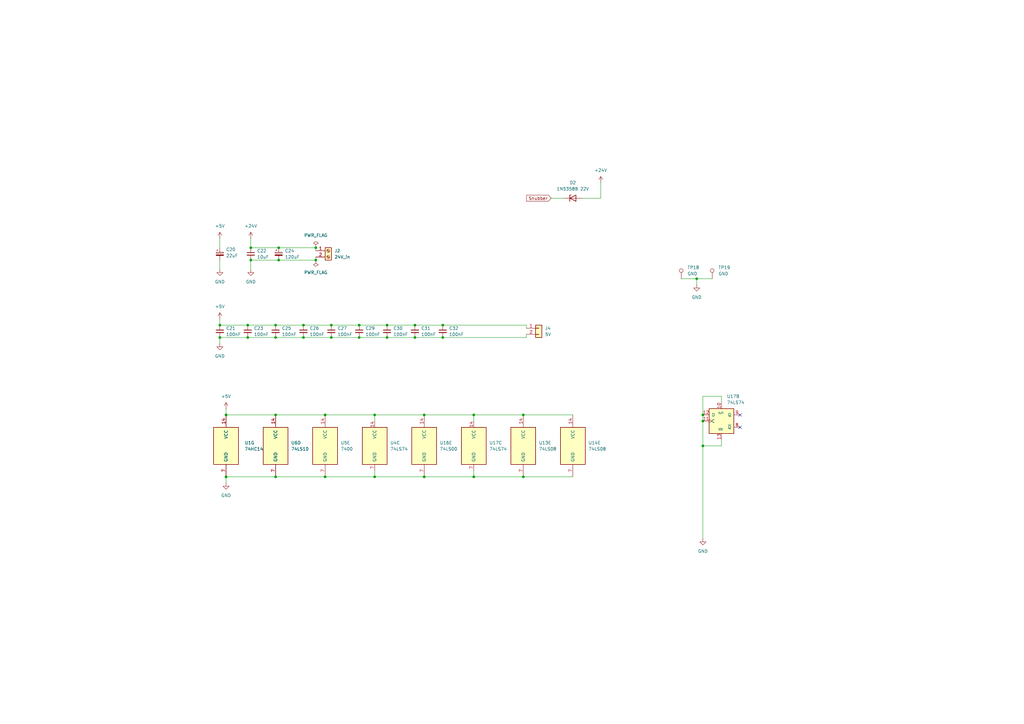
<source format=kicad_sch>
(kicad_sch (version 20231120) (generator "eeschema") (generator_version "8.0")
  (paper "A3")
  (title_block (title "Model 34 tape punch control") (date "2025-04-24") (rev "2.0") (company "Helsinki Hacklab Ry") (comment 1 "Vesa-Pekka Palmu") (comment 2 "License: CERN-OHL-P"))
  (lib_symbols
    (symbol "74xx:7400" (pin_names (offset 1.016))
      (property "Reference" "U" (at 0 1.27 0))
      (property "Value" "7400" (at 0 -1.27 0))
      (symbol "7400_1_1"
        (arc (start 0 -3.81) (mid 3.7934 0) (end 0 3.81) (stroke (width 0.254)) (fill (type background)))
        (polyline (pts (xy 0 3.81) (xy -3.81 3.81) (xy -3.81 -3.81) (xy 0 -3.81)) (stroke (width 0.254)) (fill (type background)))
        (pin input line (at -7.62 2.54 0) (length 3.81) (name "~") (number "1"))
        (pin input line (at -7.62 -2.54 0) (length 3.81) (name "~") (number "2"))
        (pin output inverted (at 7.62 0 180) (length 3.81) (name "~") (number "3"))
      )
      (symbol "7400_1_2"
        (arc (start -3.81 -3.81) (mid -2.589 0) (end -3.81 3.81) (stroke (width 0.254)))
        (arc (start -0.6096 -3.81) (mid 2.1842 -2.5851) (end 3.81 0) (stroke (width 0.254)) (fill (type background)))
        (polyline (pts (xy -3.81 -3.81) (xy -0.635 -3.81)) (stroke (width 0.254)) (fill (type background)))
        (polyline (pts (xy -3.81 3.81) (xy -0.635 3.81)) (stroke (width 0.254)) (fill (type background)))
        (polyline (pts (xy -0.635 3.81) (xy -3.81 3.81) (xy -3.81 3.81) (xy -3.556 3.4036) (xy -3.0226 2.2606) (xy -2.6924 1.0414) (xy -2.6162 -0.254) (xy -2.7686 -1.4986) (xy -3.175 -2.7178) (xy -3.81 -3.81) (xy -3.81 -3.81) (xy -0.635 -3.81)) (stroke (width -25.4)) (fill (type background)))
        (arc (start 3.81 0) (mid 2.1915 2.5936) (end -0.6096 3.81) (stroke (width 0.254)) (fill (type background)))
        (pin input inverted (at -7.62 2.54 0) (length 4.318) (name "~") (number "1"))
        (pin input inverted (at -7.62 -2.54 0) (length 4.318) (name "~") (number "2"))
        (pin output line (at 7.62 0 180) (length 3.81) (name "~") (number "3"))
      )
      (symbol "7400_2_1"
        (arc (start 0 -3.81) (mid 3.7934 0) (end 0 3.81) (stroke (width 0.254)) (fill (type background)))
        (polyline (pts (xy 0 3.81) (xy -3.81 3.81) (xy -3.81 -3.81) (xy 0 -3.81)) (stroke (width 0.254)) (fill (type background)))
        (pin input line (at -7.62 2.54 0) (length 3.81) (name "~") (number "4"))
        (pin input line (at -7.62 -2.54 0) (length 3.81) (name "~") (number "5"))
        (pin output inverted (at 7.62 0 180) (length 3.81) (name "~") (number "6"))
      )
      (symbol "7400_2_2"
        (arc (start -3.81 -3.81) (mid -2.589 0) (end -3.81 3.81) (stroke (width 0.254)))
        (arc (start -0.6096 -3.81) (mid 2.1842 -2.5851) (end 3.81 0) (stroke (width 0.254)) (fill (type background)))
        (polyline (pts (xy -3.81 -3.81) (xy -0.635 -3.81)) (stroke (width 0.254)) (fill (type background)))
        (polyline (pts (xy -3.81 3.81) (xy -0.635 3.81)) (stroke (width 0.254)) (fill (type background)))
        (polyline (pts (xy -0.635 3.81) (xy -3.81 3.81) (xy -3.81 3.81) (xy -3.556 3.4036) (xy -3.0226 2.2606) (xy -2.6924 1.0414) (xy -2.6162 -0.254) (xy -2.7686 -1.4986) (xy -3.175 -2.7178) (xy -3.81 -3.81) (xy -3.81 -3.81) (xy -0.635 -3.81)) (stroke (width -25.4)) (fill (type background)))
        (arc (start 3.81 0) (mid 2.1915 2.5936) (end -0.6096 3.81) (stroke (width 0.254)) (fill (type background)))
        (pin input inverted (at -7.62 2.54 0) (length 4.318) (name "~") (number "4"))
        (pin input inverted (at -7.62 -2.54 0) (length 4.318) (name "~") (number "5"))
        (pin output line (at 7.62 0 180) (length 3.81) (name "~") (number "6"))
      )
      (symbol "7400_3_1"
        (arc (start 0 -3.81) (mid 3.7934 0) (end 0 3.81) (stroke (width 0.254)) (fill (type background)))
        (polyline (pts (xy 0 3.81) (xy -3.81 3.81) (xy -3.81 -3.81) (xy 0 -3.81)) (stroke (width 0.254)) (fill (type background)))
        (pin input line (at -7.62 -2.54 0) (length 3.81) (name "~") (number "10"))
        (pin output inverted (at 7.62 0 180) (length 3.81) (name "~") (number "8"))
        (pin input line (at -7.62 2.54 0) (length 3.81) (name "~") (number "9"))
      )
      (symbol "7400_3_2"
        (arc (start -3.81 -3.81) (mid -2.589 0) (end -3.81 3.81) (stroke (width 0.254)))
        (arc (start -0.6096 -3.81) (mid 2.1842 -2.5851) (end 3.81 0) (stroke (width 0.254)) (fill (type background)))
        (polyline (pts (xy -3.81 -3.81) (xy -0.635 -3.81)) (stroke (width 0.254)) (fill (type background)))
        (polyline (pts (xy -3.81 3.81) (xy -0.635 3.81)) (stroke (width 0.254)) (fill (type background)))
        (polyline (pts (xy -0.635 3.81) (xy -3.81 3.81) (xy -3.81 3.81) (xy -3.556 3.4036) (xy -3.0226 2.2606) (xy -2.6924 1.0414) (xy -2.6162 -0.254) (xy -2.7686 -1.4986) (xy -3.175 -2.7178) (xy -3.81 -3.81) (xy -3.81 -3.81) (xy -0.635 -3.81)) (stroke (width -25.4)) (fill (type background)))
        (arc (start 3.81 0) (mid 2.1915 2.5936) (end -0.6096 3.81) (stroke (width 0.254)) (fill (type background)))
        (pin input inverted (at -7.62 -2.54 0) (length 4.318) (name "~") (number "10"))
        (pin output line (at 7.62 0 180) (length 3.81) (name "~") (number "8"))
        (pin input inverted (at -7.62 2.54 0) (length 4.318) (name "~") (number "9"))
      )
      (symbol "7400_4_1"
        (arc (start 0 -3.81) (mid 3.7934 0) (end 0 3.81) (stroke (width 0.254)) (fill (type background)))
        (polyline (pts (xy 0 3.81) (xy -3.81 3.81) (xy -3.81 -3.81) (xy 0 -3.81)) (stroke (width 0.254)) (fill (type background)))
        (pin output inverted (at 7.62 0 180) (length 3.81) (name "~") (number "11"))
        (pin input line (at -7.62 2.54 0) (length 3.81) (name "~") (number "12"))
        (pin input line (at -7.62 -2.54 0) (length 3.81) (name "~") (number "13"))
      )
      (symbol "7400_4_2"
        (arc (start -3.81 -3.81) (mid -2.589 0) (end -3.81 3.81) (stroke (width 0.254)))
        (arc (start -0.6096 -3.81) (mid 2.1842 -2.5851) (end 3.81 0) (stroke (width 0.254)) (fill (type background)))
        (polyline (pts (xy -3.81 -3.81) (xy -0.635 -3.81)) (stroke (width 0.254)) (fill (type background)))
        (polyline (pts (xy -3.81 3.81) (xy -0.635 3.81)) (stroke (width 0.254)) (fill (type background)))
        (polyline (pts (xy -0.635 3.81) (xy -3.81 3.81) (xy -3.81 3.81) (xy -3.556 3.4036) (xy -3.0226 2.2606) (xy -2.6924 1.0414) (xy -2.6162 -0.254) (xy -2.7686 -1.4986) (xy -3.175 -2.7178) (xy -3.81 -3.81) (xy -3.81 -3.81) (xy -0.635 -3.81)) (stroke (width -25.4)) (fill (type background)))
        (arc (start 3.81 0) (mid 2.1915 2.5936) (end -0.6096 3.81) (stroke (width 0.254)) (fill (type background)))
        (pin output line (at 7.62 0 180) (length 3.81) (name "~") (number "11"))
        (pin input inverted (at -7.62 2.54 0) (length 4.318) (name "~") (number "12"))
        (pin input inverted (at -7.62 -2.54 0) (length 4.318) (name "~") (number "13"))
      )
      (symbol "7400_5_0"
        (pin power_in line (at 0 12.7 270) (length 5.08) (name "VCC") (number "14"))
        (pin power_in line (at 0 -12.7 90) (length 5.08) (name "GND") (number "7"))
      )
      (symbol "7400_5_1"
        (rectangle (start -5.08 7.62) (end 5.08 -7.62) (stroke (width 0.254)) (fill (type background)))
      )
    )
    (symbol "74xx:74HC14" (pin_names (offset 1.016))
      (property "Reference" "U" (at 0 1.27 0))
      (property "Value" "74HC14" (at 0 -1.27 0))
      (symbol "74HC14_1_0"
        (polyline (pts (xy -3.81 3.81) (xy -3.81 -3.81) (xy 3.81 0) (xy -3.81 3.81)) (stroke (width 0.254)) (fill (type background)))
        (pin input line (at -7.62 0 0) (length 3.81) (name "~") (number "1"))
        (pin output inverted (at 7.62 0 180) (length 3.81) (name "~") (number "2"))
      )
      (symbol "74HC14_1_1"
        (polyline (pts (xy -1.905 -1.27) (xy -1.905 1.27) (xy -0.635 1.27)))
        (polyline (pts (xy -2.54 -1.27) (xy -0.635 -1.27) (xy -0.635 1.27) (xy 0 1.27)))
      )
      (symbol "74HC14_2_0"
        (polyline (pts (xy -3.81 3.81) (xy -3.81 -3.81) (xy 3.81 0) (xy -3.81 3.81)) (stroke (width 0.254)) (fill (type background)))
        (pin input line (at -7.62 0 0) (length 3.81) (name "~") (number "3"))
        (pin output inverted (at 7.62 0 180) (length 3.81) (name "~") (number "4"))
      )
      (symbol "74HC14_2_1"
        (polyline (pts (xy -1.905 -1.27) (xy -1.905 1.27) (xy -0.635 1.27)))
        (polyline (pts (xy -2.54 -1.27) (xy -0.635 -1.27) (xy -0.635 1.27) (xy 0 1.27)))
      )
      (symbol "74HC14_3_0"
        (polyline (pts (xy -3.81 3.81) (xy -3.81 -3.81) (xy 3.81 0) (xy -3.81 3.81)) (stroke (width 0.254)) (fill (type background)))
        (pin input line (at -7.62 0 0) (length 3.81) (name "~") (number "5"))
        (pin output inverted (at 7.62 0 180) (length 3.81) (name "~") (number "6"))
      )
      (symbol "74HC14_3_1"
        (polyline (pts (xy -1.905 -1.27) (xy -1.905 1.27) (xy -0.635 1.27)))
        (polyline (pts (xy -2.54 -1.27) (xy -0.635 -1.27) (xy -0.635 1.27) (xy 0 1.27)))
      )
      (symbol "74HC14_4_0"
        (polyline (pts (xy -3.81 3.81) (xy -3.81 -3.81) (xy 3.81 0) (xy -3.81 3.81)) (stroke (width 0.254)) (fill (type background)))
        (pin output inverted (at 7.62 0 180) (length 3.81) (name "~") (number "8"))
        (pin input line (at -7.62 0 0) (length 3.81) (name "~") (number "9"))
      )
      (symbol "74HC14_4_1"
        (polyline (pts (xy -1.905 -1.27) (xy -1.905 1.27) (xy -0.635 1.27)))
        (polyline (pts (xy -2.54 -1.27) (xy -0.635 -1.27) (xy -0.635 1.27) (xy 0 1.27)))
      )
      (symbol "74HC14_5_0"
        (polyline (pts (xy -3.81 3.81) (xy -3.81 -3.81) (xy 3.81 0) (xy -3.81 3.81)) (stroke (width 0.254)) (fill (type background)))
        (pin output inverted (at 7.62 0 180) (length 3.81) (name "~") (number "10"))
        (pin input line (at -7.62 0 0) (length 3.81) (name "~") (number "11"))
      )
      (symbol "74HC14_5_1"
        (polyline (pts (xy -1.905 -1.27) (xy -1.905 1.27) (xy -0.635 1.27)))
        (polyline (pts (xy -2.54 -1.27) (xy -0.635 -1.27) (xy -0.635 1.27) (xy 0 1.27)))
      )
      (symbol "74HC14_6_0"
        (polyline (pts (xy -3.81 3.81) (xy -3.81 -3.81) (xy 3.81 0) (xy -3.81 3.81)) (stroke (width 0.254)) (fill (type background)))
        (pin output inverted (at 7.62 0 180) (length 3.81) (name "~") (number "12"))
        (pin input line (at -7.62 0 0) (length 3.81) (name "~") (number "13"))
      )
      (symbol "74HC14_6_1"
        (polyline (pts (xy -1.905 -1.27) (xy -1.905 1.27) (xy -0.635 1.27)))
        (polyline (pts (xy -2.54 -1.27) (xy -0.635 -1.27) (xy -0.635 1.27) (xy 0 1.27)))
      )
      (symbol "74HC14_7_0"
        (pin power_in line (at 0 12.7 270) (length 5.08) (name "VCC") (number "14"))
        (pin power_in line (at 0 -12.7 90) (length 5.08) (name "GND") (number "7"))
      )
      (symbol "74HC14_7_1"
        (rectangle (start -5.08 7.62) (end 5.08 -7.62) (stroke (width 0.254)) (fill (type background)))
      )
    )
    (symbol "74xx:74LS00" (pin_names (offset 1.016))
      (property "Reference" "U" (at 0 1.27 0))
      (property "Value" "74LS00" (at 0 -1.27 0))
      (symbol "74LS00_1_1"
        (arc (start 0 -3.81) (mid 3.7934 0) (end 0 3.81) (stroke (width 0.254)) (fill (type background)))
        (polyline (pts (xy 0 3.81) (xy -3.81 3.81) (xy -3.81 -3.81) (xy 0 -3.81)) (stroke (width 0.254)) (fill (type background)))
        (pin input line (at -7.62 2.54 0) (length 3.81) (name "~") (number "1"))
        (pin input line (at -7.62 -2.54 0) (length 3.81) (name "~") (number "2"))
        (pin output inverted (at 7.62 0 180) (length 3.81) (name "~") (number "3"))
      )
      (symbol "74LS00_1_2"
        (arc (start -3.81 -3.81) (mid -2.589 0) (end -3.81 3.81) (stroke (width 0.254)))
        (arc (start -0.6096 -3.81) (mid 2.1842 -2.5851) (end 3.81 0) (stroke (width 0.254)) (fill (type background)))
        (polyline (pts (xy -3.81 -3.81) (xy -0.635 -3.81)) (stroke (width 0.254)) (fill (type background)))
        (polyline (pts (xy -3.81 3.81) (xy -0.635 3.81)) (stroke (width 0.254)) (fill (type background)))
        (polyline (pts (xy -0.635 3.81) (xy -3.81 3.81) (xy -3.81 3.81) (xy -3.556 3.4036) (xy -3.0226 2.2606) (xy -2.6924 1.0414) (xy -2.6162 -0.254) (xy -2.7686 -1.4986) (xy -3.175 -2.7178) (xy -3.81 -3.81) (xy -3.81 -3.81) (xy -0.635 -3.81)) (stroke (width -25.4)) (fill (type background)))
        (arc (start 3.81 0) (mid 2.1915 2.5936) (end -0.6096 3.81) (stroke (width 0.254)) (fill (type background)))
        (pin input inverted (at -7.62 2.54 0) (length 4.318) (name "~") (number "1"))
        (pin input inverted (at -7.62 -2.54 0) (length 4.318) (name "~") (number "2"))
        (pin output line (at 7.62 0 180) (length 3.81) (name "~") (number "3"))
      )
      (symbol "74LS00_2_1"
        (arc (start 0 -3.81) (mid 3.7934 0) (end 0 3.81) (stroke (width 0.254)) (fill (type background)))
        (polyline (pts (xy 0 3.81) (xy -3.81 3.81) (xy -3.81 -3.81) (xy 0 -3.81)) (stroke (width 0.254)) (fill (type background)))
        (pin input line (at -7.62 2.54 0) (length 3.81) (name "~") (number "4"))
        (pin input line (at -7.62 -2.54 0) (length 3.81) (name "~") (number "5"))
        (pin output inverted (at 7.62 0 180) (length 3.81) (name "~") (number "6"))
      )
      (symbol "74LS00_2_2"
        (arc (start -3.81 -3.81) (mid -2.589 0) (end -3.81 3.81) (stroke (width 0.254)))
        (arc (start -0.6096 -3.81) (mid 2.1842 -2.5851) (end 3.81 0) (stroke (width 0.254)) (fill (type background)))
        (polyline (pts (xy -3.81 -3.81) (xy -0.635 -3.81)) (stroke (width 0.254)) (fill (type background)))
        (polyline (pts (xy -3.81 3.81) (xy -0.635 3.81)) (stroke (width 0.254)) (fill (type background)))
        (polyline (pts (xy -0.635 3.81) (xy -3.81 3.81) (xy -3.81 3.81) (xy -3.556 3.4036) (xy -3.0226 2.2606) (xy -2.6924 1.0414) (xy -2.6162 -0.254) (xy -2.7686 -1.4986) (xy -3.175 -2.7178) (xy -3.81 -3.81) (xy -3.81 -3.81) (xy -0.635 -3.81)) (stroke (width -25.4)) (fill (type background)))
        (arc (start 3.81 0) (mid 2.1915 2.5936) (end -0.6096 3.81) (stroke (width 0.254)) (fill (type background)))
        (pin input inverted (at -7.62 2.54 0) (length 4.318) (name "~") (number "4"))
        (pin input inverted (at -7.62 -2.54 0) (length 4.318) (name "~") (number "5"))
        (pin output line (at 7.62 0 180) (length 3.81) (name "~") (number "6"))
      )
      (symbol "74LS00_3_1"
        (arc (start 0 -3.81) (mid 3.7934 0) (end 0 3.81) (stroke (width 0.254)) (fill (type background)))
        (polyline (pts (xy 0 3.81) (xy -3.81 3.81) (xy -3.81 -3.81) (xy 0 -3.81)) (stroke (width 0.254)) (fill (type background)))
        (pin input line (at -7.62 -2.54 0) (length 3.81) (name "~") (number "10"))
        (pin output inverted (at 7.62 0 180) (length 3.81) (name "~") (number "8"))
        (pin input line (at -7.62 2.54 0) (length 3.81) (name "~") (number "9"))
      )
      (symbol "74LS00_3_2"
        (arc (start -3.81 -3.81) (mid -2.589 0) (end -3.81 3.81) (stroke (width 0.254)))
        (arc (start -0.6096 -3.81) (mid 2.1842 -2.5851) (end 3.81 0) (stroke (width 0.254)) (fill (type background)))
        (polyline (pts (xy -3.81 -3.81) (xy -0.635 -3.81)) (stroke (width 0.254)) (fill (type background)))
        (polyline (pts (xy -3.81 3.81) (xy -0.635 3.81)) (stroke (width 0.254)) (fill (type background)))
        (polyline (pts (xy -0.635 3.81) (xy -3.81 3.81) (xy -3.81 3.81) (xy -3.556 3.4036) (xy -3.0226 2.2606) (xy -2.6924 1.0414) (xy -2.6162 -0.254) (xy -2.7686 -1.4986) (xy -3.175 -2.7178) (xy -3.81 -3.81) (xy -3.81 -3.81) (xy -0.635 -3.81)) (stroke (width -25.4)) (fill (type background)))
        (arc (start 3.81 0) (mid 2.1915 2.5936) (end -0.6096 3.81) (stroke (width 0.254)) (fill (type background)))
        (pin input inverted (at -7.62 -2.54 0) (length 4.318) (name "~") (number "10"))
        (pin output line (at 7.62 0 180) (length 3.81) (name "~") (number "8"))
        (pin input inverted (at -7.62 2.54 0) (length 4.318) (name "~") (number "9"))
      )
      (symbol "74LS00_4_1"
        (arc (start 0 -3.81) (mid 3.7934 0) (end 0 3.81) (stroke (width 0.254)) (fill (type background)))
        (polyline (pts (xy 0 3.81) (xy -3.81 3.81) (xy -3.81 -3.81) (xy 0 -3.81)) (stroke (width 0.254)) (fill (type background)))
        (pin output inverted (at 7.62 0 180) (length 3.81) (name "~") (number "11"))
        (pin input line (at -7.62 2.54 0) (length 3.81) (name "~") (number "12"))
        (pin input line (at -7.62 -2.54 0) (length 3.81) (name "~") (number "13"))
      )
      (symbol "74LS00_4_2"
        (arc (start -3.81 -3.81) (mid -2.589 0) (end -3.81 3.81) (stroke (width 0.254)))
        (arc (start -0.6096 -3.81) (mid 2.1842 -2.5851) (end 3.81 0) (stroke (width 0.254)) (fill (type background)))
        (polyline (pts (xy -3.81 -3.81) (xy -0.635 -3.81)) (stroke (width 0.254)) (fill (type background)))
        (polyline (pts (xy -3.81 3.81) (xy -0.635 3.81)) (stroke (width 0.254)) (fill (type background)))
        (polyline (pts (xy -0.635 3.81) (xy -3.81 3.81) (xy -3.81 3.81) (xy -3.556 3.4036) (xy -3.0226 2.2606) (xy -2.6924 1.0414) (xy -2.6162 -0.254) (xy -2.7686 -1.4986) (xy -3.175 -2.7178) (xy -3.81 -3.81) (xy -3.81 -3.81) (xy -0.635 -3.81)) (stroke (width -25.4)) (fill (type background)))
        (arc (start 3.81 0) (mid 2.1915 2.5936) (end -0.6096 3.81) (stroke (width 0.254)) (fill (type background)))
        (pin output line (at 7.62 0 180) (length 3.81) (name "~") (number "11"))
        (pin input inverted (at -7.62 2.54 0) (length 4.318) (name "~") (number "12"))
        (pin input inverted (at -7.62 -2.54 0) (length 4.318) (name "~") (number "13"))
      )
      (symbol "74LS00_5_0"
        (pin power_in line (at 0 12.7 270) (length 5.08) (name "VCC") (number "14"))
        (pin power_in line (at 0 -12.7 90) (length 5.08) (name "GND") (number "7"))
      )
      (symbol "74LS00_5_1"
        (rectangle (start -5.08 7.62) (end 5.08 -7.62) (stroke (width 0.254)) (fill (type background)))
      )
    )
    (symbol "74xx:74LS08" (pin_names (offset 1.016))
      (property "Reference" "U" (at 0 1.27 0))
      (property "Value" "74LS08" (at 0 -1.27 0))
      (symbol "74LS08_1_1"
        (arc (start 0 -3.81) (mid 3.7934 0) (end 0 3.81) (stroke (width 0.254)) (fill (type background)))
        (polyline (pts (xy 0 3.81) (xy -3.81 3.81) (xy -3.81 -3.81) (xy 0 -3.81)) (stroke (width 0.254)) (fill (type background)))
        (pin input line (at -7.62 2.54 0) (length 3.81) (name "~") (number "1"))
        (pin input line (at -7.62 -2.54 0) (length 3.81) (name "~") (number "2"))
        (pin output line (at 7.62 0 180) (length 3.81) (name "~") (number "3"))
      )
      (symbol "74LS08_1_2"
        (arc (start -3.81 -3.81) (mid -2.589 0) (end -3.81 3.81) (stroke (width 0.254)))
        (arc (start -0.6096 -3.81) (mid 2.1842 -2.5851) (end 3.81 0) (stroke (width 0.254)) (fill (type background)))
        (polyline (pts (xy -3.81 -3.81) (xy -0.635 -3.81)) (stroke (width 0.254)) (fill (type background)))
        (polyline (pts (xy -3.81 3.81) (xy -0.635 3.81)) (stroke (width 0.254)) (fill (type background)))
        (polyline (pts (xy -0.635 3.81) (xy -3.81 3.81) (xy -3.81 3.81) (xy -3.556 3.4036) (xy -3.0226 2.2606) (xy -2.6924 1.0414) (xy -2.6162 -0.254) (xy -2.7686 -1.4986) (xy -3.175 -2.7178) (xy -3.81 -3.81) (xy -3.81 -3.81) (xy -0.635 -3.81)) (stroke (width -25.4)) (fill (type background)))
        (arc (start 3.81 0) (mid 2.1915 2.5936) (end -0.6096 3.81) (stroke (width 0.254)) (fill (type background)))
        (pin input inverted (at -7.62 2.54 0) (length 4.318) (name "~") (number "1"))
        (pin input inverted (at -7.62 -2.54 0) (length 4.318) (name "~") (number "2"))
        (pin output inverted (at 7.62 0 180) (length 3.81) (name "~") (number "3"))
      )
      (symbol "74LS08_2_1"
        (arc (start 0 -3.81) (mid 3.7934 0) (end 0 3.81) (stroke (width 0.254)) (fill (type background)))
        (polyline (pts (xy 0 3.81) (xy -3.81 3.81) (xy -3.81 -3.81) (xy 0 -3.81)) (stroke (width 0.254)) (fill (type background)))
        (pin input line (at -7.62 2.54 0) (length 3.81) (name "~") (number "4"))
        (pin input line (at -7.62 -2.54 0) (length 3.81) (name "~") (number "5"))
        (pin output line (at 7.62 0 180) (length 3.81) (name "~") (number "6"))
      )
      (symbol "74LS08_2_2"
        (arc (start -3.81 -3.81) (mid -2.589 0) (end -3.81 3.81) (stroke (width 0.254)))
        (arc (start -0.6096 -3.81) (mid 2.1842 -2.5851) (end 3.81 0) (stroke (width 0.254)) (fill (type background)))
        (polyline (pts (xy -3.81 -3.81) (xy -0.635 -3.81)) (stroke (width 0.254)) (fill (type background)))
        (polyline (pts (xy -3.81 3.81) (xy -0.635 3.81)) (stroke (width 0.254)) (fill (type background)))
        (polyline (pts (xy -0.635 3.81) (xy -3.81 3.81) (xy -3.81 3.81) (xy -3.556 3.4036) (xy -3.0226 2.2606) (xy -2.6924 1.0414) (xy -2.6162 -0.254) (xy -2.7686 -1.4986) (xy -3.175 -2.7178) (xy -3.81 -3.81) (xy -3.81 -3.81) (xy -0.635 -3.81)) (stroke (width -25.4)) (fill (type background)))
        (arc (start 3.81 0) (mid 2.1915 2.5936) (end -0.6096 3.81) (stroke (width 0.254)) (fill (type background)))
        (pin input inverted (at -7.62 2.54 0) (length 4.318) (name "~") (number "4"))
        (pin input inverted (at -7.62 -2.54 0) (length 4.318) (name "~") (number "5"))
        (pin output inverted (at 7.62 0 180) (length 3.81) (name "~") (number "6"))
      )
      (symbol "74LS08_3_1"
        (arc (start 0 -3.81) (mid 3.7934 0) (end 0 3.81) (stroke (width 0.254)) (fill (type background)))
        (polyline (pts (xy 0 3.81) (xy -3.81 3.81) (xy -3.81 -3.81) (xy 0 -3.81)) (stroke (width 0.254)) (fill (type background)))
        (pin input line (at -7.62 -2.54 0) (length 3.81) (name "~") (number "10"))
        (pin output line (at 7.62 0 180) (length 3.81) (name "~") (number "8"))
        (pin input line (at -7.62 2.54 0) (length 3.81) (name "~") (number "9"))
      )
      (symbol "74LS08_3_2"
        (arc (start -3.81 -3.81) (mid -2.589 0) (end -3.81 3.81) (stroke (width 0.254)))
        (arc (start -0.6096 -3.81) (mid 2.1842 -2.5851) (end 3.81 0) (stroke (width 0.254)) (fill (type background)))
        (polyline (pts (xy -3.81 -3.81) (xy -0.635 -3.81)) (stroke (width 0.254)) (fill (type background)))
        (polyline (pts (xy -3.81 3.81) (xy -0.635 3.81)) (stroke (width 0.254)) (fill (type background)))
        (polyline (pts (xy -0.635 3.81) (xy -3.81 3.81) (xy -3.81 3.81) (xy -3.556 3.4036) (xy -3.0226 2.2606) (xy -2.6924 1.0414) (xy -2.6162 -0.254) (xy -2.7686 -1.4986) (xy -3.175 -2.7178) (xy -3.81 -3.81) (xy -3.81 -3.81) (xy -0.635 -3.81)) (stroke (width -25.4)) (fill (type background)))
        (arc (start 3.81 0) (mid 2.1915 2.5936) (end -0.6096 3.81) (stroke (width 0.254)) (fill (type background)))
        (pin input inverted (at -7.62 -2.54 0) (length 4.318) (name "~") (number "10"))
        (pin output inverted (at 7.62 0 180) (length 3.81) (name "~") (number "8"))
        (pin input inverted (at -7.62 2.54 0) (length 4.318) (name "~") (number "9"))
      )
      (symbol "74LS08_4_1"
        (arc (start 0 -3.81) (mid 3.7934 0) (end 0 3.81) (stroke (width 0.254)) (fill (type background)))
        (polyline (pts (xy 0 3.81) (xy -3.81 3.81) (xy -3.81 -3.81) (xy 0 -3.81)) (stroke (width 0.254)) (fill (type background)))
        (pin output line (at 7.62 0 180) (length 3.81) (name "~") (number "11"))
        (pin input line (at -7.62 2.54 0) (length 3.81) (name "~") (number "12"))
        (pin input line (at -7.62 -2.54 0) (length 3.81) (name "~") (number "13"))
      )
      (symbol "74LS08_4_2"
        (arc (start -3.81 -3.81) (mid -2.589 0) (end -3.81 3.81) (stroke (width 0.254)))
        (arc (start -0.6096 -3.81) (mid 2.1842 -2.5851) (end 3.81 0) (stroke (width 0.254)) (fill (type background)))
        (polyline (pts (xy -3.81 -3.81) (xy -0.635 -3.81)) (stroke (width 0.254)) (fill (type background)))
        (polyline (pts (xy -3.81 3.81) (xy -0.635 3.81)) (stroke (width 0.254)) (fill (type background)))
        (polyline (pts (xy -0.635 3.81) (xy -3.81 3.81) (xy -3.81 3.81) (xy -3.556 3.4036) (xy -3.0226 2.2606) (xy -2.6924 1.0414) (xy -2.6162 -0.254) (xy -2.7686 -1.4986) (xy -3.175 -2.7178) (xy -3.81 -3.81) (xy -3.81 -3.81) (xy -0.635 -3.81)) (stroke (width -25.4)) (fill (type background)))
        (arc (start 3.81 0) (mid 2.1915 2.5936) (end -0.6096 3.81) (stroke (width 0.254)) (fill (type background)))
        (pin output inverted (at 7.62 0 180) (length 3.81) (name "~") (number "11"))
        (pin input inverted (at -7.62 2.54 0) (length 4.318) (name "~") (number "12"))
        (pin input inverted (at -7.62 -2.54 0) (length 4.318) (name "~") (number "13"))
      )
      (symbol "74LS08_5_0"
        (pin power_in line (at 0 12.7 270) (length 5.08) (name "VCC") (number "14"))
        (pin power_in line (at 0 -12.7 90) (length 5.08) (name "GND") (number "7"))
      )
      (symbol "74LS08_5_1"
        (rectangle (start -5.08 7.62) (end 5.08 -7.62) (stroke (width 0.254)) (fill (type background)))
      )
    )
    (symbol "74xx:74LS10" (pin_names (offset 1.016))
      (property "Reference" "U" (at 0 1.27 0))
      (property "Value" "74LS10" (at 0 -1.27 0))
      (symbol "74LS10_1_1"
        (arc (start 0 -3.81) (mid 3.7934 0) (end 0 3.81) (stroke (width 0.254)) (fill (type background)))
        (polyline (pts (xy 0 3.81) (xy -3.81 3.81) (xy -3.81 -3.81) (xy 0 -3.81)) (stroke (width 0.254)) (fill (type background)))
        (pin input line (at -7.62 2.54 0) (length 3.81) (name "~") (number "1"))
        (pin output inverted (at 7.62 0 180) (length 3.81) (name "~") (number "12"))
        (pin input line (at -7.62 -2.54 0) (length 3.81) (name "~") (number "13"))
        (pin input line (at -7.62 0 0) (length 3.81) (name "~") (number "2"))
      )
      (symbol "74LS10_1_2"
        (arc (start -3.81 -3.81) (mid -2.589 0) (end -3.81 3.81) (stroke (width 0.254)))
        (arc (start -0.6096 -3.81) (mid 2.1842 -2.5851) (end 3.81 0) (stroke (width 0.254)) (fill (type background)))
        (polyline (pts (xy -3.81 -3.81) (xy -0.635 -3.81)) (stroke (width 0.254)) (fill (type background)))
        (polyline (pts (xy -3.81 3.81) (xy -0.635 3.81)) (stroke (width 0.254)) (fill (type background)))
        (polyline (pts (xy -0.635 3.81) (xy -3.81 3.81) (xy -3.81 3.81) (xy -3.556 3.4036) (xy -3.0226 2.2606) (xy -2.6924 1.0414) (xy -2.6162 -0.254) (xy -2.7686 -1.4986) (xy -3.175 -2.7178) (xy -3.81 -3.81) (xy -3.81 -3.81) (xy -0.635 -3.81)) (stroke (width -25.4)) (fill (type background)))
        (arc (start 3.81 0) (mid 2.1915 2.5936) (end -0.6096 3.81) (stroke (width 0.254)) (fill (type background)))
        (pin input inverted (at -7.62 2.54 0) (length 4.318) (name "~") (number "1"))
        (pin output line (at 7.62 0 180) (length 3.81) (name "~") (number "12"))
        (pin input inverted (at -7.62 -2.54 0) (length 4.318) (name "~") (number "13"))
        (pin input inverted (at -7.62 0 0) (length 4.953) (name "~") (number "2"))
      )
      (symbol "74LS10_2_1"
        (arc (start 0 -3.81) (mid 3.7934 0) (end 0 3.81) (stroke (width 0.254)) (fill (type background)))
        (polyline (pts (xy 0 3.81) (xy -3.81 3.81) (xy -3.81 -3.81) (xy 0 -3.81)) (stroke (width 0.254)) (fill (type background)))
        (pin input line (at -7.62 2.54 0) (length 3.81) (name "~") (number "3"))
        (pin input line (at -7.62 0 0) (length 3.81) (name "~") (number "4"))
        (pin input line (at -7.62 -2.54 0) (length 3.81) (name "~") (number "5"))
        (pin output inverted (at 7.62 0 180) (length 3.81) (name "~") (number "6"))
      )
      (symbol "74LS10_2_2"
        (arc (start -3.81 -3.81) (mid -2.589 0) (end -3.81 3.81) (stroke (width 0.254)))
        (arc (start -0.6096 -3.81) (mid 2.1842 -2.5851) (end 3.81 0) (stroke (width 0.254)) (fill (type background)))
        (polyline (pts (xy -3.81 -3.81) (xy -0.635 -3.81)) (stroke (width 0.254)) (fill (type background)))
        (polyline (pts (xy -3.81 3.81) (xy -0.635 3.81)) (stroke (width 0.254)) (fill (type background)))
        (polyline (pts (xy -0.635 3.81) (xy -3.81 3.81) (xy -3.81 3.81) (xy -3.556 3.4036) (xy -3.0226 2.2606) (xy -2.6924 1.0414) (xy -2.6162 -0.254) (xy -2.7686 -1.4986) (xy -3.175 -2.7178) (xy -3.81 -3.81) (xy -3.81 -3.81) (xy -0.635 -3.81)) (stroke (width -25.4)) (fill (type background)))
        (arc (start 3.81 0) (mid 2.1915 2.5936) (end -0.6096 3.81) (stroke (width 0.254)) (fill (type background)))
        (pin input inverted (at -7.62 2.54 0) (length 4.318) (name "~") (number "3"))
        (pin input inverted (at -7.62 0 0) (length 4.953) (name "~") (number "4"))
        (pin input inverted (at -7.62 -2.54 0) (length 4.318) (name "~") (number "5"))
        (pin output line (at 7.62 0 180) (length 3.81) (name "~") (number "6"))
      )
      (symbol "74LS10_3_1"
        (arc (start 0 -3.81) (mid 3.7934 0) (end 0 3.81) (stroke (width 0.254)) (fill (type background)))
        (polyline (pts (xy 0 3.81) (xy -3.81 3.81) (xy -3.81 -3.81) (xy 0 -3.81)) (stroke (width 0.254)) (fill (type background)))
        (pin input line (at -7.62 0 0) (length 3.81) (name "~") (number "10"))
        (pin input line (at -7.62 -2.54 0) (length 3.81) (name "~") (number "11"))
        (pin output inverted (at 7.62 0 180) (length 3.81) (name "~") (number "8"))
        (pin input line (at -7.62 2.54 0) (length 3.81) (name "~") (number "9"))
      )
      (symbol "74LS10_3_2"
        (arc (start -3.81 -3.81) (mid -2.589 0) (end -3.81 3.81) (stroke (width 0.254)))
        (arc (start -0.6096 -3.81) (mid 2.1842 -2.5851) (end 3.81 0) (stroke (width 0.254)) (fill (type background)))
        (polyline (pts (xy -3.81 -3.81) (xy -0.635 -3.81)) (stroke (width 0.254)) (fill (type background)))
        (polyline (pts (xy -3.81 3.81) (xy -0.635 3.81)) (stroke (width 0.254)) (fill (type background)))
        (polyline (pts (xy -0.635 3.81) (xy -3.81 3.81) (xy -3.81 3.81) (xy -3.556 3.4036) (xy -3.0226 2.2606) (xy -2.6924 1.0414) (xy -2.6162 -0.254) (xy -2.7686 -1.4986) (xy -3.175 -2.7178) (xy -3.81 -3.81) (xy -3.81 -3.81) (xy -0.635 -3.81)) (stroke (width -25.4)) (fill (type background)))
        (arc (start 3.81 0) (mid 2.1915 2.5936) (end -0.6096 3.81) (stroke (width 0.254)) (fill (type background)))
        (pin input inverted (at -7.62 0 0) (length 4.953) (name "~") (number "10"))
        (pin input inverted (at -7.62 -2.54 0) (length 4.318) (name "~") (number "11"))
        (pin output line (at 7.62 0 180) (length 3.81) (name "~") (number "8"))
        (pin input inverted (at -7.62 2.54 0) (length 4.318) (name "~") (number "9"))
      )
      (symbol "74LS10_4_0"
        (pin power_in line (at 0 12.7 270) (length 5.08) (name "VCC") (number "14"))
        (pin power_in line (at 0 -12.7 90) (length 5.08) (name "GND") (number "7"))
      )
      (symbol "74LS10_4_1"
        (rectangle (start -5.08 7.62) (end 5.08 -7.62) (stroke (width 0.254)) (fill (type background)))
      )
    )
    (symbol "74xx:74LS74" (pin_names (offset 1.016))
      (property "Reference" "U" (at -7.62 8.89 0))
      (property "Value" "74LS74" (at -7.62 -8.89 0))
      (symbol "74LS74_1_0"
        (pin input line (at 0 -7.62 90) (length 2.54) (name "~{R}") (number "1"))
        (pin input line (at -7.62 2.54 0) (length 2.54) (name "D") (number "2"))
        (pin input clock (at -7.62 0 0) (length 2.54) (name "C") (number "3"))
        (pin input line (at 0 7.62 270) (length 2.54) (name "~{S}") (number "4"))
        (pin output line (at 7.62 2.54 180) (length 2.54) (name "Q") (number "5"))
        (pin output line (at 7.62 -2.54 180) (length 2.54) (name "~{Q}") (number "6"))
      )
      (symbol "74LS74_1_1"
        (rectangle (start -5.08 5.08) (end 5.08 -5.08) (stroke (width 0.254)) (fill (type background)))
      )
      (symbol "74LS74_2_0"
        (pin input line (at 0 7.62 270) (length 2.54) (name "~{S}") (number "10"))
        (pin input clock (at -7.62 0 0) (length 2.54) (name "C") (number "11"))
        (pin input line (at -7.62 2.54 0) (length 2.54) (name "D") (number "12"))
        (pin input line (at 0 -7.62 90) (length 2.54) (name "~{R}") (number "13"))
        (pin output line (at 7.62 -2.54 180) (length 2.54) (name "~{Q}") (number "8"))
        (pin output line (at 7.62 2.54 180) (length 2.54) (name "Q") (number "9"))
      )
      (symbol "74LS74_2_1"
        (rectangle (start -5.08 5.08) (end 5.08 -5.08) (stroke (width 0.254)) (fill (type background)))
      )
      (symbol "74LS74_3_0"
        (pin power_in line (at 0 10.16 270) (length 2.54) (name "VCC") (number "14"))
        (pin power_in line (at 0 -10.16 90) (length 2.54) (name "GND") (number "7"))
      )
      (symbol "74LS74_3_1"
        (rectangle (start -5.08 7.62) (end 5.08 -7.62) (stroke (width 0.254)) (fill (type background)))
      )
    )
    (symbol "Connector:Screw_Terminal_01x02" (pin_names (offset 1.016) hide)
      (property "Reference" "J" (at 0 2.54 0))
      (property "Value" "Screw_Terminal_01x02" (at 0 -5.08 0))
      (symbol "Screw_Terminal_01x02_1_1"
        (rectangle (start -1.27 1.27) (end 1.27 -3.81) (stroke (width 0.254)) (fill (type background)))
        (circle (center 0 -2.54) (radius 0.635) (stroke (width 0.1524)))
        (polyline (pts (xy -0.5334 -2.2098) (xy 0.3302 -3.048)) (stroke (width 0.1524)))
        (polyline (pts (xy -0.5334 0.3302) (xy 0.3302 -0.508)) (stroke (width 0.1524)))
        (polyline (pts (xy -0.3556 -2.032) (xy 0.508 -2.8702)) (stroke (width 0.1524)))
        (polyline (pts (xy -0.3556 0.508) (xy 0.508 -0.3302)) (stroke (width 0.1524)))
        (circle (center 0 0) (radius 0.635) (stroke (width 0.1524)))
        (pin passive line (at -5.08 0 0) (length 3.81) (name "Pin_1") (number "1"))
        (pin passive line (at -5.08 -2.54 0) (length 3.81) (name "Pin_2") (number "2"))
      )
    )
    (symbol "Connector:TestPoint" (pin_numbers hide) (pin_names (offset 0.762) hide)
      (property "Reference" "TP" (at 0 6.858 0))
      (property "Value" "TestPoint" (at 0 5.08 0))
      (symbol "TestPoint_0_1"
        (circle (center 0 3.302) (radius 0.762))
      )
      (symbol "TestPoint_1_1"
        (pin passive line (at 0 0 90) (length 2.54) (name "1") (number "1"))
      )
    )
    (symbol "Connector_Generic:Conn_01x02" (pin_names (offset 1.016) hide)
      (property "Reference" "J" (at 0 2.54 0))
      (property "Value" "Conn_01x02" (at 0 -5.08 0))
      (symbol "Conn_01x02_1_1"
        (rectangle (start -1.27 -2.413) (end 0 -2.667) (stroke (width 0.1524)))
        (rectangle (start -1.27 0.127) (end 0 -0.127) (stroke (width 0.1524)))
        (rectangle (start -1.27 1.27) (end 1.27 -3.81) (stroke (width 0.254)) (fill (type background)))
        (pin passive line (at -5.08 0 0) (length 3.81) (name "Pin_1") (number "1"))
        (pin passive line (at -5.08 -2.54 0) (length 3.81) (name "Pin_2") (number "2"))
      )
    )
    (symbol "Device:C_Polarized_Small" (pin_numbers hide) (pin_names (offset 0.254) hide)
      (property "Reference" "C" (at 0.254 1.778 0))
      (property "Value" "C_Polarized_Small" (at 0.254 -2.032 0))
      (symbol "C_Polarized_Small_0_1"
        (rectangle (start -1.524 -0.3048) (end 1.524 -0.6858) (fill (type outline)))
        (rectangle (start -1.524 0.6858) (end 1.524 0.3048))
        (polyline (pts (xy -1.27 1.524) (xy -0.762 1.524)))
        (polyline (pts (xy -1.016 1.27) (xy -1.016 1.778)))
      )
      (symbol "C_Polarized_Small_1_1"
        (pin passive line (at 0 2.54 270) (length 1.8542) (name "~") (number "1"))
        (pin passive line (at 0 -2.54 90) (length 1.8542) (name "~") (number "2"))
      )
    )
    (symbol "Device:C_Small" (pin_numbers hide) (pin_names (offset 0.254) hide)
      (property "Reference" "C" (at 0.254 1.778 0))
      (property "Value" "C_Small" (at 0.254 -2.032 0))
      (symbol "C_Small_0_1"
        (polyline (pts (xy -1.524 -0.508) (xy 1.524 -0.508)) (stroke (width 0.3302)))
        (polyline (pts (xy -1.524 0.508) (xy 1.524 0.508)) (stroke (width 0.3048)))
      )
      (symbol "C_Small_1_1"
        (pin passive line (at 0 2.54 270) (length 2.032) (name "~") (number "1"))
        (pin passive line (at 0 -2.54 90) (length 2.032) (name "~") (number "2"))
      )
    )
    (symbol "Device:D_Zener" (pin_numbers hide) (pin_names (offset 1.016) hide)
      (property "Reference" "D" (at 0 2.54 0))
      (property "Value" "D_Zener" (at 0 -2.54 0))
      (symbol "D_Zener_0_1"
        (polyline (pts (xy 1.27 0) (xy -1.27 0)))
        (polyline (pts (xy -1.27 -1.27) (xy -1.27 1.27) (xy -0.762 1.27)) (stroke (width 0.254)))
        (polyline (pts (xy 1.27 -1.27) (xy 1.27 1.27) (xy -1.27 0) (xy 1.27 -1.27)) (stroke (width 0.254)))
      )
      (symbol "D_Zener_1_1"
        (pin passive line (at -3.81 0 0) (length 2.54) (name "K") (number "1"))
        (pin passive line (at 3.81 0 180) (length 2.54) (name "A") (number "2"))
      )
    )
    (symbol "power:+24V" (power) (pin_numbers hide) (pin_names (offset 0) hide)
      (property "Value" "+24V" (at 0 3.556 0))
      (symbol "+24V_0_1"
        (polyline (pts (xy -0.762 1.27) (xy 0 2.54)))
        (polyline (pts (xy 0 0) (xy 0 2.54)))
        (polyline (pts (xy 0 2.54) (xy 0.762 1.27)))
      )
      (symbol "+24V_1_1"
        (pin power_in line (at 0 0 90) (length 0) (name "~") (number "1"))
      )
    )
    (symbol "power:+5V" (power) (pin_numbers hide) (pin_names (offset 0) hide)
      (property "Value" "+5V" (at 0 3.556 0))
      (symbol "+5V_0_1"
        (polyline (pts (xy -0.762 1.27) (xy 0 2.54)))
        (polyline (pts (xy 0 0) (xy 0 2.54)))
        (polyline (pts (xy 0 2.54) (xy 0.762 1.27)))
      )
      (symbol "+5V_1_1"
        (pin power_in line (at 0 0 90) (length 0) (name "~") (number "1"))
      )
    )
    (symbol "power:GND" (power) (pin_numbers hide) (pin_names (offset 0) hide)
      (property "Value" "GND" (at 0 -3.81 0))
      (symbol "GND_0_1"
        (polyline (pts (xy 0 0) (xy 0 -1.27) (xy 1.27 -1.27) (xy 0 -2.54) (xy -1.27 -1.27) (xy 0 -1.27)))
      )
      (symbol "GND_1_1"
        (pin power_in line (at 0 0 270) (length 0) (name "~") (number "1"))
      )
    )
    (symbol "power:PWR_FLAG" (power) (pin_numbers hide) (pin_names (offset 0) hide)
      (property "Value" "PWR_FLAG" (at 0 3.81 0))
      (symbol "PWR_FLAG_0_0"
        (pin power_out line (at 0 0 90) (length 0) (name "~") (number "1"))
      )
      (symbol "PWR_FLAG_0_1"
        (polyline (pts (xy 0 0) (xy 0 1.27) (xy -1.016 1.905) (xy 0 2.54) (xy 1.016 1.905) (xy 0 1.27)))
      )
    )
  )
  (junction (at 113.03 133.35))
  (junction (at 102.87 106.68))
  (junction (at 147.32 133.35))
  (junction (at 101.6 133.35))
  (junction (at 90.17 138.43))
  (junction (at 114.3 106.68))
  (junction (at 102.87 101.6))
  (junction (at 124.46 138.43))
  (junction (at 135.89 138.43))
  (junction (at 133.35 195.58))
  (junction (at 90.17 133.35))
  (junction (at 158.75 133.35))
  (junction (at 288.29 170.18))
  (junction (at 181.61 138.43))
  (junction (at 147.32 138.43))
  (junction (at 129.54 101.6))
  (junction (at 101.6 138.43))
  (junction (at 214.63 170.18))
  (junction (at 113.03 195.58))
  (junction (at 114.3 101.6))
  (junction (at 285.75 114.3))
  (junction (at 288.29 182.88))
  (junction (at 194.31 195.58))
  (junction (at 133.35 170.18))
  (junction (at 153.67 195.58))
  (junction (at 113.03 170.18))
  (junction (at 214.63 195.58))
  (junction (at 113.03 138.43))
  (junction (at 173.99 170.18))
  (junction (at 170.18 133.35))
  (junction (at 92.71 195.58))
  (junction (at 129.54 106.68))
  (junction (at 194.31 170.18))
  (junction (at 173.99 195.58))
  (junction (at 124.46 133.35))
  (junction (at 288.29 172.72))
  (junction (at 158.75 138.43))
  (junction (at 135.89 133.35))
  (junction (at 170.18 138.43))
  (junction (at 153.67 170.18))
  (junction (at 92.71 170.18))
  (junction (at 181.61 133.35))
  (no_connect (at 303.53 175.26))
  (no_connect (at 303.53 170.18))
  (wire (pts (xy 147.32 133.35) (xy 158.75 133.35)))
  (wire (pts (xy 113.03 195.58) (xy 133.35 195.58)))
  (wire (pts (xy 288.29 162.56) (xy 295.91 162.56)))
  (wire (pts (xy 129.54 105.41) (xy 129.54 106.68)))
  (wire (pts (xy 129.54 101.6) (xy 114.3 101.6)))
  (wire (pts (xy 214.63 195.58) (xy 234.95 195.58)))
  (wire (pts (xy 101.6 133.35) (xy 113.03 133.35)))
  (wire (pts (xy 113.03 170.18) (xy 133.35 170.18)))
  (wire (pts (xy 129.54 102.87) (xy 129.54 101.6)))
  (wire (pts (xy 90.17 140.97) (xy 90.17 138.43)))
  (wire (pts (xy 92.71 195.58) (xy 92.71 198.12)))
  (wire (pts (xy 215.9 134.62) (xy 215.9 133.35)))
  (wire (pts (xy 102.87 106.68) (xy 114.3 106.68)))
  (wire (pts (xy 90.17 97.79) (xy 90.17 101.6)))
  (wire (pts (xy 246.38 74.93) (xy 246.38 81.28)))
  (wire (pts (xy 102.87 97.79) (xy 102.87 101.6)))
  (wire (pts (xy 90.17 106.68) (xy 90.17 110.49)))
  (wire (pts (xy 170.18 138.43) (xy 181.61 138.43)))
  (wire (pts (xy 101.6 138.43) (xy 113.03 138.43)))
  (wire (pts (xy 113.03 138.43) (xy 124.46 138.43)))
  (wire (pts (xy 102.87 106.68) (xy 102.87 110.49)))
  (wire (pts (xy 194.31 195.58) (xy 173.99 195.58)))
  (wire (pts (xy 90.17 138.43) (xy 101.6 138.43)))
  (wire (pts (xy 124.46 133.35) (xy 135.89 133.35)))
  (wire (pts (xy 295.91 165.1) (xy 295.91 162.56)))
  (wire (pts (xy 133.35 170.18) (xy 153.67 170.18)))
  (wire (pts (xy 295.91 182.88) (xy 288.29 182.88)))
  (wire (pts (xy 214.63 170.18) (xy 234.95 170.18)))
  (wire (pts (xy 288.29 170.18) (xy 288.29 162.56)))
  (wire (pts (xy 170.18 133.35) (xy 181.61 133.35)))
  (wire (pts (xy 215.9 137.16) (xy 215.9 138.43)))
  (wire (pts (xy 92.71 167.64) (xy 92.71 170.18)))
  (wire (pts (xy 181.61 138.43) (xy 215.9 138.43)))
  (wire (pts (xy 158.75 133.35) (xy 170.18 133.35)))
  (wire (pts (xy 226.06 81.28) (xy 231.14 81.28)))
  (wire (pts (xy 288.29 182.88) (xy 288.29 172.72)))
  (wire (pts (xy 102.87 101.6) (xy 114.3 101.6)))
  (wire (pts (xy 194.31 172.72) (xy 194.31 170.18)))
  (wire (pts (xy 129.54 106.68) (xy 114.3 106.68)))
  (wire (pts (xy 285.75 114.3) (xy 285.75 116.84)))
  (wire (pts (xy 113.03 133.35) (xy 124.46 133.35)))
  (wire (pts (xy 279.4 114.3) (xy 285.75 114.3)))
  (wire (pts (xy 90.17 130.81) (xy 90.17 133.35)))
  (wire (pts (xy 135.89 138.43) (xy 147.32 138.43)))
  (wire (pts (xy 288.29 170.18) (xy 288.29 172.72)))
  (wire (pts (xy 92.71 170.18) (xy 113.03 170.18)))
  (wire (pts (xy 153.67 195.58) (xy 153.67 193.04)))
  (wire (pts (xy 153.67 170.18) (xy 153.67 172.72)))
  (wire (pts (xy 124.46 138.43) (xy 135.89 138.43)))
  (wire (pts (xy 285.75 114.3) (xy 292.1 114.3)))
  (wire (pts (xy 194.31 195.58) (xy 214.63 195.58)))
  (wire (pts (xy 181.61 133.35) (xy 215.9 133.35)))
  (wire (pts (xy 147.32 138.43) (xy 158.75 138.43)))
  (wire (pts (xy 133.35 195.58) (xy 153.67 195.58)))
  (wire (pts (xy 90.17 133.35) (xy 101.6 133.35)))
  (wire (pts (xy 288.29 182.88) (xy 288.29 220.98)))
  (wire (pts (xy 173.99 195.58) (xy 153.67 195.58)))
  (wire (pts (xy 135.89 133.35) (xy 147.32 133.35)))
  (wire (pts (xy 246.38 81.28) (xy 238.76 81.28)))
  (wire (pts (xy 173.99 170.18) (xy 153.67 170.18)))
  (wire (pts (xy 194.31 170.18) (xy 214.63 170.18)))
  (wire (pts (xy 194.31 193.04) (xy 194.31 195.58)))
  (wire (pts (xy 92.71 195.58) (xy 113.03 195.58)))
  (wire (pts (xy 194.31 170.18) (xy 173.99 170.18)))
  (wire (pts (xy 295.91 180.34) (xy 295.91 182.88)))
  (wire (pts (xy 158.75 138.43) (xy 170.18 138.43)))
  (global_label "Snubber" (shape input) (at 226.06 81.28 180) (property "Intersheetrefs" "${INTERSHEET_REFS}" (effects (hide yes))))
  (symbol (lib_id "power:GND") (at 92.71 198.12 0) (unit 1)
    (property "Reference" "#PWR061" (effects (hide yes)))
    (property "Value" "GND" (at 92.71 203.2 0))
    (property "Description" "Power symbol creates a global label with name \"GND\" , ground" (effects (hide yes)))
  )
  (symbol (lib_id "Device:C_Small") (at 170.18 135.89 0) (unit 1)
    (property "Reference" "C31" (at 172.72 134.6262 0) (effects (justify left)))
    (property "Value" "100nF" (at 172.72 137.1662 0) (effects (justify left)))
    (property "Footprint" "Capacitor_SMD:C_0805_2012Metric_Pad1.18x1.45mm_HandSolder" (effects (hide yes)))
    (property "Description" "Unpolarized capacitor, small symbol" (effects (hide yes)))
  )
  (symbol (lib_id "power:+24V") (at 246.38 74.93 0) (unit 1)
    (property "Reference" "#PWR07" (effects (hide yes)))
    (property "Value" "+24V" (at 246.38 69.85 0))
    (property "Description" "Power symbol creates a global label with name \"+24V\"" (effects (hide yes)))
  )
  (symbol (lib_id "Device:C_Small") (at 135.89 135.89 0) (unit 1)
    (property "Reference" "C27" (at 138.43 134.6262 0) (effects (justify left)))
    (property "Value" "100nF" (at 138.43 137.1662 0) (effects (justify left)))
    (property "Footprint" "Capacitor_SMD:C_0805_2012Metric_Pad1.18x1.45mm_HandSolder" (effects (hide yes)))
    (property "Description" "Unpolarized capacitor, small symbol" (effects (hide yes)))
  )
  (symbol (lib_id "74xx:74LS74") (at 153.67 182.88 0) (unit 3)
    (property "Reference" "U4" (at 160.02 181.6099 0) (effects (justify left)))
    (property "Value" "74LS74" (at 160.02 184.1499 0) (effects (justify left)))
    (property "Footprint" "Package_SO:SOIC-14_3.9x8.7mm_P1.27mm" (effects (hide yes)))
    (property "Datasheet" "74xx/74hc_hct74.pdf" (effects (hide yes)))
    (property "Description" "Dual D Flip-flop, Set & Reset" (effects (hide yes)))
  )
  (symbol (lib_id "power:GND") (at 285.75 116.84 0) (unit 1)
    (property "Reference" "#PWR012" (effects (hide yes)))
    (property "Value" "GND" (at 285.75 121.92 0))
    (property "Description" "Power symbol creates a global label with name \"GND\" , ground" (effects (hide yes)))
  )
  (symbol (lib_id "Device:C_Small") (at 101.6 135.89 0) (unit 1)
    (property "Reference" "C23" (at 104.14 134.6262 0) (effects (justify left)))
    (property "Value" "100nF" (at 104.14 137.1662 0) (effects (justify left)))
    (property "Footprint" "Capacitor_SMD:C_0805_2012Metric_Pad1.18x1.45mm_HandSolder" (effects (hide yes)))
    (property "Description" "Unpolarized capacitor, small symbol" (effects (hide yes)))
  )
  (symbol (lib_id "Device:C_Small") (at 147.32 135.89 0) (unit 1)
    (property "Reference" "C29" (at 149.86 134.6262 0) (effects (justify left)))
    (property "Value" "100nF" (at 149.86 137.1662 0) (effects (justify left)))
    (property "Footprint" "Capacitor_SMD:C_0805_2012Metric_Pad1.18x1.45mm_HandSolder" (effects (hide yes)))
    (property "Description" "Unpolarized capacitor, small symbol" (effects (hide yes)))
  )
  (symbol (lib_id "Device:C_Small") (at 90.17 135.89 0) (unit 1)
    (property "Reference" "C21" (at 92.71 134.6262 0) (effects (justify left)))
    (property "Value" "100nF" (at 92.71 137.1662 0) (effects (justify left)))
    (property "Footprint" "Capacitor_SMD:C_0805_2012Metric_Pad1.18x1.45mm_HandSolder" (effects (hide yes)))
    (property "Description" "Unpolarized capacitor, small symbol" (effects (hide yes)))
  )
  (symbol (lib_id "74xx:7400") (at 133.35 182.88 0) (unit 5)
    (property "Reference" "U5" (at 139.7 181.6099 0) (effects (justify left)))
    (property "Value" "7400" (at 139.7 184.1499 0) (effects (justify left)))
    (property "Footprint" "Package_SO:SOIC-14_3.9x8.7mm_P1.27mm" (effects (hide yes)))
    (property "Datasheet" "http://www.ti.com/lit/gpn/sn7400" (effects (hide yes)))
    (property "Description" "quad 2-input NAND gate" (effects (hide yes)))
  )
  (symbol (lib_id "power:+5V") (at 90.17 97.79 0) (unit 1)
    (property "Reference" "#PWR056" (effects (hide yes)))
    (property "Value" "+5V" (at 90.17 92.71 0))
    (property "Description" "Power symbol creates a global label with name \"+5V\"" (effects (hide yes)))
  )
  (symbol (lib_id "74xx:74LS10") (at 113.03 182.88 0) (unit 4)
    (property "Reference" "U6" (at 119.38 181.6099 0) (effects (justify left)))
    (property "Value" "74LS10" (at 119.38 184.1499 0) (effects (justify left)))
    (property "Footprint" "Package_SO:SOIC-14_3.9x8.7mm_P1.27mm" (effects (hide yes)))
    (property "Datasheet" "http://www.ti.com/lit/gpn/sn74LS10" (effects (hide yes)))
    (property "Description" "Triple 3-input NAND" (effects (hide yes)))
  )
  (symbol (lib_id "74xx:74LS74") (at 295.91 172.72 0) (unit 2)
    (property "Reference" "U17" (at 298.1041 162.56 0) (effects (justify left)))
    (property "Value" "74LS74" (at 298.1041 165.1 0) (effects (justify left)))
    (property "Footprint" "Package_SO:SOIC-14_3.9x8.7mm_P1.27mm" (effects (hide yes)))
    (property "Datasheet" "74xx/74hc_hct74.pdf" (effects (hide yes)))
    (property "Description" "Dual D Flip-flop, Set & Reset" (effects (hide yes)))
  )
  (symbol (lib_id "power:+5V") (at 92.71 167.64 0) (unit 1)
    (property "Reference" "#PWR060" (effects (hide yes)))
    (property "Value" "+5V" (at 92.71 162.56 0))
    (property "Description" "Power symbol creates a global label with name \"+5V\"" (effects (hide yes)))
  )
  (symbol (lib_id "74xx:74LS00") (at 173.99 182.88 0) (unit 5)
    (property "Reference" "U16" (at 180.34 181.6099 0) (effects (justify left)))
    (property "Value" "74LS00" (at 180.34 184.1499 0) (effects (justify left)))
    (property "Footprint" "Package_SO:SOIC-14_3.9x8.7mm_P1.27mm" (effects (hide yes)))
    (property "Datasheet" "http://www.ti.com/lit/gpn/sn74ls00" (effects (hide yes)))
    (property "Description" "quad 2-input NAND gate" (effects (hide yes)))
  )
  (symbol (lib_id "Device:C_Polarized_Small") (at 114.3 104.14 0) (unit 1)
    (property "Reference" "C24" (at 116.84 102.87 0) (effects (justify left)))
    (property "Value" "120uF" (at 116.84 105.41 0) (effects (justify left)))
    (property "Footprint" "Capacitor_SMD:CP_Elec_10x10.5" (effects (hide yes)))
    (property "Description" "120 50V 83JN VISHAY" (effects (hide yes)))
  )
  (symbol (lib_id "power:+24V") (at 102.87 97.79 0) (unit 1)
    (property "Reference" "#PWR062" (effects (hide yes)))
    (property "Value" "+24V" (at 102.87 92.71 0))
    (property "Description" "Power symbol creates a global label with name \"+24V\"" (effects (hide yes)))
  )
  (symbol (lib_id "power:PWR_FLAG") (at 129.54 106.68 180) (unit 1)
    (property "Reference" "#FLG02" (effects (hide yes)))
    (property "Value" "PWR_FLAG" (at 129.54 111.76 0))
    (property "Description" "Special symbol for telling ERC where power comes from" (effects (hide yes)))
  )
  (symbol (lib_id "Device:D_Zener") (at 234.95 81.28 0) (unit 1)
    (property "Reference" "D2" (at 234.95 74.93 0))
    (property "Value" "1N5358B 22V" (at 234.95 77.47 0))
    (property "Footprint" "Diode_THT:D_DO-201AE_P15.24mm_Horizontal" (effects (hide yes)))
    (property "Description" "Zener diode" (effects (hide yes)))
  )
  (symbol (lib_id "power:GND") (at 288.29 220.98 0) (unit 1)
    (property "Reference" "#PWR064" (effects (hide yes)))
    (property "Value" "GND" (at 288.29 226.06 0))
    (property "Description" "Power symbol creates a global label with name \"GND\" , ground" (effects (hide yes)))
  )
  (symbol (lib_id "Device:C_Small") (at 102.87 104.14 0) (unit 1)
    (property "Reference" "C22" (at 105.41 102.8762 0) (effects (justify left)))
    (property "Value" "10uF" (at 105.41 105.4162 0) (effects (justify left)))
    (property "Footprint" "Capacitor_SMD:C_1206_3216Metric_Pad1.33x1.80mm_HandSolder" (effects (hide yes)))
    (property "Description" "10uF/50V 10% X7R MLCC CL31B106KBHNNNE" (effects (hide yes)))
  )
  (symbol (lib_id "Connector:TestPoint") (at 279.4 114.3 0) (unit 1)
    (property "Reference" "TP18" (at 281.94 109.7279 0) (effects (justify left)))
    (property "Value" "GND" (at 281.94 112.2679 0) (effects (justify left)))
    (property "Footprint" "TestPoint:TestPoint_Loop_D2.54mm_Drill1.5mm_Beaded" (effects (hide yes)))
    (property "Description" "test point" (effects (hide yes)))
  )
  (symbol (lib_id "74xx:74HC14") (at 92.71 182.88 0) (unit 7)
    (property "Reference" "U1" (at 100.33 181.6099 0) (effects (justify left)))
    (property "Value" "74HC14" (at 100.33 184.1499 0) (effects (justify left)))
    (property "Footprint" "Package_SO:SOIC-14_3.9x8.7mm_P1.27mm" (effects (hide yes)))
    (property "Datasheet" "http://www.ti.com/lit/gpn/sn74HC14" (effects (hide yes)))
    (property "Description" "Hex inverter schmitt trigger" (effects (hide yes)))
  )
  (symbol (lib_id "power:+5V") (at 90.17 130.81 0) (unit 1)
    (property "Reference" "#PWR058" (effects (hide yes)))
    (property "Value" "+5V" (at 90.17 125.73 0))
    (property "Description" "Power symbol creates a global label with name \"+5V\"" (effects (hide yes)))
  )
  (symbol (lib_id "Device:C_Polarized_Small") (at 90.17 104.14 0) (unit 1)
    (property "Reference" "C20" (at 92.71 102.3238 0) (effects (justify left)))
    (property "Value" "22uF" (at 92.71 104.8638 0) (effects (justify left)))
    (property "Footprint" "Capacitor_Tantalum_SMD:CP_EIA-3528-21_Kemet-B_Pad1.50x2.35mm_HandSolder" (effects (hide yes)))
    (property "Description" "B45197A1226K209" (effects (hide yes)))
  )
  (symbol (lib_id "power:PWR_FLAG") (at 129.54 101.6 0) (unit 1)
    (property "Reference" "#FLG01" (effects (hide yes)))
    (property "Value" "PWR_FLAG" (at 129.54 96.52 0))
    (property "Description" "Special symbol for telling ERC where power comes from" (effects (hide yes)))
  )
  (symbol (lib_id "Device:C_Small") (at 113.03 135.89 0) (unit 1)
    (property "Reference" "C25" (at 115.57 134.6262 0) (effects (justify left)))
    (property "Value" "100nF" (at 115.57 137.1662 0) (effects (justify left)))
    (property "Footprint" "Capacitor_SMD:C_0805_2012Metric_Pad1.18x1.45mm_HandSolder" (effects (hide yes)))
    (property "Description" "Unpolarized capacitor, small symbol" (effects (hide yes)))
  )
  (symbol (lib_id "power:GND") (at 102.87 110.49 0) (unit 1)
    (property "Reference" "#PWR063" (effects (hide yes)))
    (property "Value" "GND" (at 102.87 115.57 0))
    (property "Description" "Power symbol creates a global label with name \"GND\" , ground" (effects (hide yes)))
  )
  (symbol (lib_id "power:GND") (at 90.17 140.97 0) (unit 1)
    (property "Reference" "#PWR059" (effects (hide yes)))
    (property "Value" "GND" (at 90.17 146.05 0))
    (property "Description" "Power symbol creates a global label with name \"GND\" , ground" (effects (hide yes)))
  )
  (symbol (lib_id "74xx:74LS08") (at 214.63 182.88 0) (unit 5)
    (property "Reference" "U13" (at 220.98 181.6099 0) (effects (justify left)))
    (property "Value" "74LS08" (at 220.98 184.1499 0) (effects (justify left)))
    (property "Footprint" "Package_SO:SOIC-14_3.9x8.7mm_P1.27mm" (effects (hide yes)))
    (property "Datasheet" "http://www.ti.com/lit/gpn/sn74LS08" (effects (hide yes)))
    (property "Description" "Quad And2" (effects (hide yes)))
  )
  (symbol (lib_id "Connector_Generic:Conn_01x02") (at 220.98 134.62 0) (unit 1)
    (property "Reference" "J4" (at 223.52 134.6199 0) (effects (justify left)))
    (property "Value" "5V" (at 223.52 137.1599 0) (effects (justify left)))
    (property "Footprint" "Connector_PinHeader_2.54mm:PinHeader_1x02_P2.54mm_Vertical" (effects (hide yes)))
    (property "Description" "Generic connector, single row, 01x02, script generated (kicad-library-utils/schlib/autogen/connector/)" (effects (hide yes)))
  )
  (symbol (lib_id "Device:C_Small") (at 124.46 135.89 0) (unit 1)
    (property "Reference" "C26" (at 127 134.6262 0) (effects (justify left)))
    (property "Value" "100nF" (at 127 137.1662 0) (effects (justify left)))
    (property "Footprint" "Capacitor_SMD:C_0805_2012Metric_Pad1.18x1.45mm_HandSolder" (effects (hide yes)))
    (property "Description" "Unpolarized capacitor, small symbol" (effects (hide yes)))
  )
  (symbol (lib_id "Connector:Screw_Terminal_01x02") (at 134.62 102.87 0) (unit 1)
    (property "Reference" "J2" (at 137.16 102.8699 0) (effects (justify left)))
    (property "Value" "24V_in" (at 137.16 105.4099 0) (effects (justify left)))
    (property "Footprint" "TerminalBlock_MetzConnect:TerminalBlock_MetzConnect_Type073_RT02602HBLU_1x02_P5.08mm_Horizontal" (effects (hide yes)))
    (property "Description" "Generic screw terminal, single row, 01x02, script generated (kicad-library-utils/schlib/autogen/connector/)" (effects (hide yes)))
  )
  (symbol (lib_id "Device:C_Small") (at 158.75 135.89 0) (unit 1)
    (property "Reference" "C30" (at 161.29 134.6262 0) (effects (justify left)))
    (property "Value" "100nF" (at 161.29 137.1662 0) (effects (justify left)))
    (property "Footprint" "Capacitor_SMD:C_0805_2012Metric_Pad1.18x1.45mm_HandSolder" (effects (hide yes)))
    (property "Description" "Unpolarized capacitor, small symbol" (effects (hide yes)))
  )
  (symbol (lib_id "power:GND") (at 90.17 110.49 0) (unit 1)
    (property "Reference" "#PWR057" (effects (hide yes)))
    (property "Value" "GND" (at 90.17 115.57 0))
    (property "Description" "Power symbol creates a global label with name \"GND\" , ground" (effects (hide yes)))
  )
  (symbol (lib_id "Connector:TestPoint") (at 292.1 114.3 0) (unit 1)
    (property "Reference" "TP19" (at 294.64 109.7279 0) (effects (justify left)))
    (property "Value" "GND" (at 294.64 112.2679 0) (effects (justify left)))
    (property "Footprint" "TestPoint:TestPoint_Loop_D2.54mm_Drill1.5mm_Beaded" (effects (hide yes)))
    (property "Description" "test point" (effects (hide yes)))
  )
  (symbol (lib_id "Device:C_Small") (at 181.61 135.89 0) (unit 1)
    (property "Reference" "C32" (at 184.15 134.6262 0) (effects (justify left)))
    (property "Value" "100nF" (at 184.15 137.1662 0) (effects (justify left)))
    (property "Footprint" "Capacitor_SMD:C_0805_2012Metric_Pad1.18x1.45mm_HandSolder" (effects (hide yes)))
    (property "Description" "Unpolarized capacitor, small symbol" (effects (hide yes)))
  )
  (symbol (lib_id "74xx:74LS74") (at 194.31 182.88 0) (unit 3)
    (property "Reference" "U17" (at 200.66 181.6099 0) (effects (justify left)))
    (property "Value" "74LS74" (at 200.66 184.1499 0) (effects (justify left)))
    (property "Footprint" "Package_SO:SOIC-14_3.9x8.7mm_P1.27mm" (effects (hide yes)))
    (property "Datasheet" "74xx/74hc_hct74.pdf" (effects (hide yes)))
    (property "Description" "Dual D Flip-flop, Set & Reset" (effects (hide yes)))
  )
  (symbol (lib_id "74xx:74LS08") (at 234.95 182.88 0) (unit 5)
    (property "Reference" "U14" (at 241.3 181.6099 0) (effects (justify left)))
    (property "Value" "74LS08" (at 241.3 184.1499 0) (effects (justify left)))
    (property "Footprint" "Package_SO:SOIC-14_3.9x8.7mm_P1.27mm" (effects (hide yes)))
    (property "Datasheet" "http://www.ti.com/lit/gpn/sn74LS08" (effects (hide yes)))
    (property "Description" "Quad And2" (effects (hide yes)))
  )
)
</source>
